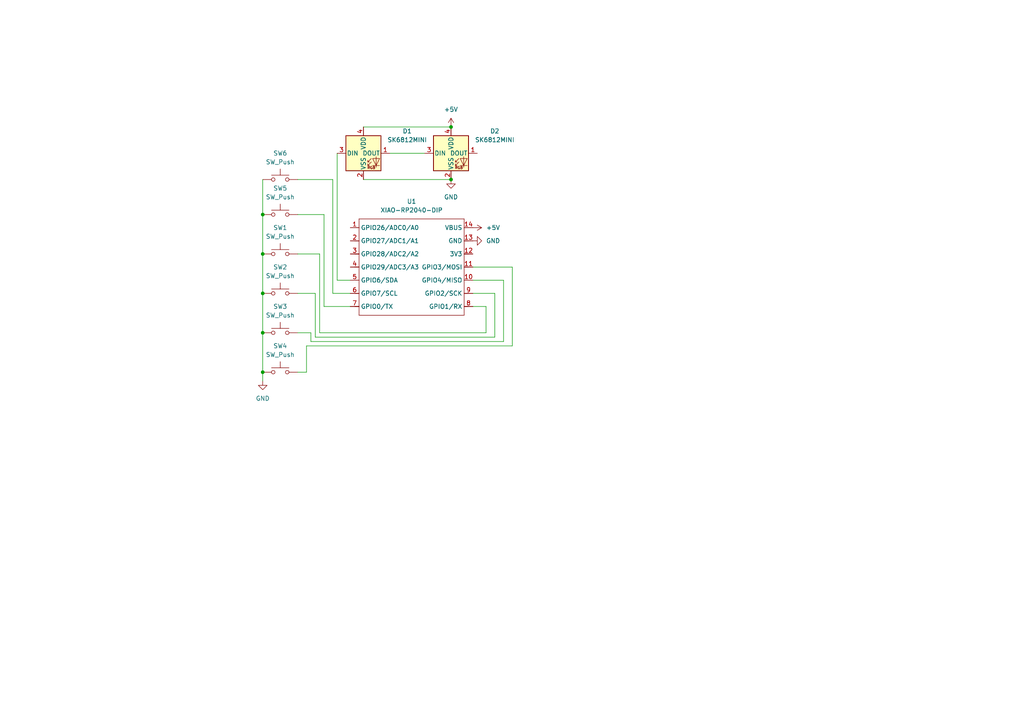
<source format=kicad_sch>
(kicad_sch (version 20250114) (generator "eeschema") (generator_version "9.0")
  (paper "A4")
  (lib_symbols
    (symbol "LED:SK6812MINI" (pin_names (offset 0.254))
      (property "Reference" "D" (at 5.08 5.715 0))
      (property "Value" "SK6812MINI" (at 1.27 -5.715 0))
      (symbol "SK6812MINI_0_0"
        (text "RGB" (at 2.286 -4.191 0) (effects (font (size 0.762 0.762))))
      )
      (symbol "SK6812MINI_0_1"
        (polyline (pts (xy 1.27 -2.54) (xy 1.778 -2.54)))
        (polyline (pts (xy 1.27 -3.556) (xy 1.778 -3.556)))
        (polyline (pts (xy 2.286 -1.524) (xy 1.27 -2.54) (xy 1.27 -2.032)))
        (polyline (pts (xy 2.286 -2.54) (xy 1.27 -3.556) (xy 1.27 -3.048)))
        (polyline (pts (xy 3.683 -1.016) (xy 3.683 -3.556) (xy 3.683 -4.064)))
        (polyline (pts (xy 4.699 -1.524) (xy 2.667 -1.524) (xy 3.683 -3.556) (xy 4.699 -1.524)))
        (polyline (pts (xy 4.699 -3.556) (xy 2.667 -3.556)))
        (rectangle (start 5.08 5.08) (end -5.08 -5.08) (stroke (width 0.254)) (fill (type background)))
      )
      (symbol "SK6812MINI_1_1"
        (pin input line (at -7.62 0 0) (length 2.54) (name "DIN") (number "3"))
        (pin power_in line (at 0 7.62 270) (length 2.54) (name "VDD") (number "4"))
        (pin power_in line (at 0 -7.62 90) (length 2.54) (name "VSS") (number "2"))
        (pin output line (at 7.62 0 180) (length 2.54) (name "DOUT") (number "1"))
      )
    )
    (symbol "Switch:SW_Push" (pin_numbers (hide yes)) (pin_names (offset 1.016) (hide yes))
      (property "Reference" "SW" (at 1.27 2.54 0))
      (property "Value" "SW_Push" (at 0 -1.524 0))
      (symbol "SW_Push_0_1"
        (circle (center -2.032 0) (radius 0.508))
        (polyline (pts (xy 0 1.27) (xy 0 3.048)))
        (circle (center 2.032 0) (radius 0.508))
        (polyline (pts (xy 2.54 1.27) (xy -2.54 1.27)))
        (pin passive line (at -5.08 0 0) (length 2.54) (name "1") (number "1"))
        (pin passive line (at 5.08 0 180) (length 2.54) (name "2") (number "2"))
      )
    )
    (symbol "power:+5V" (power) (pin_numbers (hide yes)) (pin_names (offset 0) (hide yes))
      (property "Value" "+5V" (at 0 3.556 0))
      (symbol "+5V_0_1"
        (polyline (pts (xy -0.762 1.27) (xy 0 2.54)))
        (polyline (pts (xy 0 2.54) (xy 0.762 1.27)))
        (polyline (pts (xy 0 0) (xy 0 2.54)))
      )
      (symbol "+5V_1_1"
        (pin power_in line (at 0 0 90) (length 0) (name "~") (number "1"))
      )
    )
    (symbol "power:GND" (power) (pin_numbers (hide yes)) (pin_names (offset 0) (hide yes))
      (property "Value" "GND" (at 0 -3.81 0))
      (symbol "GND_0_1"
        (polyline (pts (xy 0 0) (xy 0 -1.27) (xy 1.27 -1.27) (xy 0 -2.54) (xy -1.27 -1.27) (xy 0 -1.27)))
      )
      (symbol "GND_1_1"
        (pin power_in line (at 0 0 270) (length 0) (name "~") (number "1"))
      )
    )
    (symbol "ss:XIAO-RP2040-DIP"
      (property "Reference" "U" (at 0 0 0))
      (property "Value" "XIAO-RP2040-DIP" (at 5.334 -1.778 0))
      (symbol "XIAO-RP2040-DIP_1_0"
        (polyline (pts (xy -1.27 -2.54) (xy 29.21 -2.54)) (stroke (width 0.1524)))
        (polyline (pts (xy -1.27 -5.08) (xy -2.54 -5.08)) (stroke (width 0.1524)))
        (polyline (pts (xy -1.27 -5.08) (xy -1.27 -2.54)) (stroke (width 0.1524)))
        (polyline (pts (xy -1.27 -8.89) (xy -2.54 -8.89)) (stroke (width 0.1524)))
        (polyline (pts (xy -1.27 -8.89) (xy -1.27 -5.08)) (stroke (width 0.1524)))
        (polyline (pts (xy -1.27 -12.7) (xy -2.54 -12.7)) (stroke (width 0.1524)))
        (polyline (pts (xy -1.27 -12.7) (xy -1.27 -8.89)) (stroke (width 0.1524)))
        (polyline (pts (xy -1.27 -16.51) (xy -2.54 -16.51)) (stroke (width 0.1524)))
        (polyline (pts (xy -1.27 -16.51) (xy -1.27 -12.7)) (stroke (width 0.1524)))
        (polyline (pts (xy -1.27 -20.32) (xy -2.54 -20.32)) (stroke (width 0.1524)))
        (polyline (pts (xy -1.27 -24.13) (xy -2.54 -24.13)) (stroke (width 0.1524)))
        (polyline (pts (xy -1.27 -27.94) (xy -2.54 -27.94)) (stroke (width 0.1524)))
        (polyline (pts (xy -1.27 -30.48) (xy -1.27 -16.51)) (stroke (width 0.1524)))
        (polyline (pts (xy 29.21 -2.54) (xy 29.21 -5.08)) (stroke (width 0.1524)))
        (polyline (pts (xy 29.21 -5.08) (xy 29.21 -8.89)) (stroke (width 0.1524)))
        (polyline (pts (xy 29.21 -8.89) (xy 29.21 -12.7)) (stroke (width 0.1524)))
        (polyline (pts (xy 29.21 -12.7) (xy 29.21 -30.48)) (stroke (width 0.1524)))
        (polyline (pts (xy 29.21 -30.48) (xy -1.27 -30.48)) (stroke (width 0.1524)))
        (polyline (pts (xy 30.48 -5.08) (xy 29.21 -5.08)) (stroke (width 0.1524)))
        (polyline (pts (xy 30.48 -8.89) (xy 29.21 -8.89)) (stroke (width 0.1524)))
        (polyline (pts (xy 30.48 -12.7) (xy 29.21 -12.7)) (stroke (width 0.1524)))
        (polyline (pts (xy 30.48 -16.51) (xy 29.21 -16.51)) (stroke (width 0.1524)))
        (polyline (pts (xy 30.48 -20.32) (xy 29.21 -20.32)) (stroke (width 0.1524)))
        (polyline (pts (xy 30.48 -24.13) (xy 29.21 -24.13)) (stroke (width 0.1524)))
        (polyline (pts (xy 30.48 -27.94) (xy 29.21 -27.94)) (stroke (width 0.1524)))
        (pin passive line (at -3.81 -5.08 0) (length 2.54) (name "GPIO26/ADC0/A0") (number "1"))
        (pin passive line (at -3.81 -8.89 0) (length 2.54) (name "GPIO27/ADC1/A1") (number "2"))
        (pin passive line (at -3.81 -12.7 0) (length 2.54) (name "GPIO28/ADC2/A2") (number "3"))
        (pin passive line (at -3.81 -16.51 0) (length 2.54) (name "GPIO29/ADC3/A3") (number "4"))
        (pin passive line (at -3.81 -20.32 0) (length 2.54) (name "GPIO6/SDA") (number "5"))
        (pin passive line (at -3.81 -24.13 0) (length 2.54) (name "GPIO7/SCL") (number "6"))
        (pin passive line (at -3.81 -27.94 0) (length 2.54) (name "GPIO0/TX") (number "7"))
        (pin passive line (at 31.75 -5.08 180) (length 2.54) (name "VBUS") (number "14"))
        (pin passive line (at 31.75 -8.89 180) (length 2.54) (name "GND") (number "13"))
        (pin passive line (at 31.75 -12.7 180) (length 2.54) (name "3V3") (number "12"))
        (pin passive line (at 31.75 -16.51 180) (length 2.54) (name "GPIO3/MOSI") (number "11"))
        (pin passive line (at 31.75 -20.32 180) (length 2.54) (name "GPIO4/MISO") (number "10"))
        (pin passive line (at 31.75 -24.13 180) (length 2.54) (name "GPIO2/SCK") (number "9"))
        (pin passive line (at 31.75 -27.94 180) (length 2.54) (name "GPIO1/RX") (number "8"))
      )
    )
  )
  (junction (at 76.2 96.52))
  (junction (at 130.81 36.83))
  (junction (at 76.2 85.09))
  (junction (at 76.2 73.66))
  (junction (at 130.81 52.07))
  (junction (at 76.2 107.95))
  (junction (at 76.2 62.23))
  (wire (pts (xy 90.17 96.52) (xy 90.17 99.06)))
  (wire (pts (xy 88.9 100.33) (xy 148.59 100.33)))
  (wire (pts (xy 76.2 73.66) (xy 76.2 85.09)))
  (wire (pts (xy 76.2 96.52) (xy 76.2 107.95)))
  (wire (pts (xy 105.41 52.07) (xy 130.81 52.07)))
  (wire (pts (xy 86.36 96.52) (xy 90.17 96.52)))
  (wire (pts (xy 140.97 88.9) (xy 137.16 88.9)))
  (wire (pts (xy 76.2 62.23) (xy 76.2 73.66)))
  (wire (pts (xy 86.36 107.95) (xy 88.9 107.95)))
  (wire (pts (xy 86.36 85.09) (xy 91.44 85.09)))
  (wire (pts (xy 97.79 81.28) (xy 101.6 81.28)))
  (wire (pts (xy 113.03 44.45) (xy 123.19 44.45)))
  (wire (pts (xy 148.59 100.33) (xy 148.59 77.47)))
  (wire (pts (xy 137.16 77.47) (xy 148.59 77.47)))
  (wire (pts (xy 86.36 52.07) (xy 96.52 52.07)))
  (wire (pts (xy 92.71 73.66) (xy 92.71 96.52)))
  (wire (pts (xy 76.2 85.09) (xy 76.2 96.52)))
  (wire (pts (xy 105.41 36.83) (xy 130.81 36.83)))
  (wire (pts (xy 143.51 97.79) (xy 143.51 85.09)))
  (wire (pts (xy 76.2 52.07) (xy 76.2 62.23)))
  (wire (pts (xy 93.98 88.9) (xy 101.6 88.9)))
  (wire (pts (xy 86.36 73.66) (xy 92.71 73.66)))
  (wire (pts (xy 93.98 62.23) (xy 93.98 88.9)))
  (wire (pts (xy 92.71 96.52) (xy 140.97 96.52)))
  (wire (pts (xy 137.16 85.09) (xy 143.51 85.09)))
  (wire (pts (xy 97.79 44.45) (xy 97.79 81.28)))
  (wire (pts (xy 96.52 52.07) (xy 96.52 85.09)))
  (wire (pts (xy 76.2 107.95) (xy 76.2 110.49)))
  (wire (pts (xy 140.97 96.52) (xy 140.97 88.9)))
  (wire (pts (xy 91.44 97.79) (xy 143.51 97.79)))
  (wire (pts (xy 137.16 81.28) (xy 146.05 81.28)))
  (wire (pts (xy 91.44 85.09) (xy 91.44 97.79)))
  (wire (pts (xy 96.52 85.09) (xy 101.6 85.09)))
  (wire (pts (xy 146.05 81.28) (xy 146.05 99.06)))
  (wire (pts (xy 90.17 99.06) (xy 146.05 99.06)))
  (wire (pts (xy 86.36 62.23) (xy 93.98 62.23)))
  (wire (pts (xy 88.9 107.95) (xy 88.9 100.33)))
  (symbol (lib_id "LED:SK6812MINI") (at 130.81 44.45 0) (unit 1)
    (property "Reference" "D2" (at 143.51 38.0298 0))
    (property "Value" "SK6812MINI" (at 143.51 40.5698 0))
    (property "Footprint" "LED_SMD:LED_SK6812MINI_PLCC4_3.5x3.5mm_P1.75mm" (effects (hide yes)))
    (property "Datasheet" "https://cdn-shop.adafruit.com/product-files/2686/SK6812MINI_REV.01-1-2.pdf" (effects (hide yes)))
    (property "Description" "RGB LED with integrated controller" (effects (hide yes)))
  )
  (symbol (lib_id "Switch:SW_Push") (at 81.28 107.95 0) (unit 1)
    (property "Reference" "SW4" (at 81.28 100.33 0))
    (property "Value" "SW_Push" (at 81.28 102.87 0))
    (property "Footprint" "Button_Switch_Keyboard:SW_Cherry_MX_1.00u_PCB" (effects (hide yes)))
    (property "Description" "Push button switch, generic, two pins" (effects (hide yes)))
  )
  (symbol (lib_id "power:+5V") (at 137.16 66.04 270) (unit 1)
    (property "Reference" "#PWR04" (effects (hide yes)))
    (property "Value" "+5V" (at 140.97 66.0399 90) (effects (justify left)))
    (property "Description" "Power symbol creates a global label with name \"+5V\"" (effects (hide yes)))
  )
  (symbol (lib_id "power:GND") (at 137.16 69.85 90) (unit 1)
    (property "Reference" "#PWR05" (effects (hide yes)))
    (property "Value" "GND" (at 140.97 69.8499 90) (effects (justify right)))
    (property "Description" "Power symbol creates a global label with name \"GND\" , ground" (effects (hide yes)))
  )
  (symbol (lib_id "LED:SK6812MINI") (at 105.41 44.45 0) (unit 1)
    (property "Reference" "D1" (at 118.11 38.0298 0))
    (property "Value" "SK6812MINI" (at 118.11 40.5698 0))
    (property "Footprint" "LED_SMD:LED_SK6812MINI_PLCC4_3.5x3.5mm_P1.75mm" (effects (hide yes)))
    (property "Datasheet" "https://cdn-shop.adafruit.com/product-files/2686/SK6812MINI_REV.01-1-2.pdf" (effects (hide yes)))
    (property "Description" "RGB LED with integrated controller" (effects (hide yes)))
  )
  (symbol (lib_id "power:+5V") (at 130.81 36.83 0) (unit 1)
    (property "Reference" "#PWR03" (effects (hide yes)))
    (property "Value" "+5V" (at 130.81 31.75 0))
    (property "Description" "Power symbol creates a global label with name \"+5V\"" (effects (hide yes)))
  )
  (symbol (lib_id "Switch:SW_Push") (at 81.28 85.09 0) (unit 1)
    (property "Reference" "SW2" (at 81.28 77.47 0))
    (property "Value" "SW_Push" (at 81.28 80.01 0))
    (property "Footprint" "Button_Switch_Keyboard:SW_Cherry_MX_1.00u_PCB" (effects (hide yes)))
    (property "Description" "Push button switch, generic, two pins" (effects (hide yes)))
  )
  (symbol (lib_id "Switch:SW_Push") (at 81.28 62.23 0) (unit 1)
    (property "Reference" "SW5" (at 81.28 54.61 0))
    (property "Value" "SW_Push" (at 81.28 57.15 0))
    (property "Footprint" "Button_Switch_Keyboard:SW_Cherry_MX_1.00u_PCB" (effects (hide yes)))
    (property "Description" "Push button switch, generic, two pins" (effects (hide yes)))
  )
  (symbol (lib_id "Switch:SW_Push") (at 81.28 52.07 0) (unit 1)
    (property "Reference" "SW6" (at 81.28 44.45 0))
    (property "Value" "SW_Push" (at 81.28 46.99 0))
    (property "Footprint" "Button_Switch_Keyboard:SW_Cherry_MX_1.00u_PCB" (effects (hide yes)))
    (property "Description" "Push button switch, generic, two pins" (effects (hide yes)))
  )
  (symbol (lib_id "power:GND") (at 130.81 52.07 0) (unit 1)
    (property "Reference" "#PWR02" (effects (hide yes)))
    (property "Value" "GND" (at 130.81 57.15 0))
    (property "Description" "Power symbol creates a global label with name \"GND\" , ground" (effects (hide yes)))
  )
  (symbol (lib_id "ss:XIAO-RP2040-DIP") (at 105.41 60.96 0) (unit 1)
    (property "Reference" "U1" (at 119.38 58.42 0))
    (property "Value" "XIAO-RP2040-DIP" (at 119.38 60.96 0))
    (property "Footprint" "opl:XIAO-RP2040-DIP" (effects (hide yes)))
  )
  (symbol (lib_id "Switch:SW_Push") (at 81.28 73.66 0) (unit 1)
    (property "Reference" "SW1" (at 81.28 66.04 0))
    (property "Value" "SW_Push" (at 81.28 68.58 0))
    (property "Footprint" "Button_Switch_Keyboard:SW_Cherry_MX_1.00u_PCB" (effects (hide yes)))
    (property "Description" "Push button switch, generic, two pins" (effects (hide yes)))
  )
  (symbol (lib_id "Switch:SW_Push") (at 81.28 96.52 0) (unit 1)
    (property "Reference" "SW3" (at 81.28 88.9 0))
    (property "Value" "SW_Push" (at 81.28 91.44 0))
    (property "Footprint" "Button_Switch_Keyboard:SW_Cherry_MX_1.00u_PCB" (effects (hide yes)))
    (property "Description" "Push button switch, generic, two pins" (effects (hide yes)))
  )
  (symbol (lib_id "power:GND") (at 76.2 110.49 0) (unit 1)
    (property "Reference" "#PWR01" (effects (hide yes)))
    (property "Value" "GND" (at 76.2 115.57 0))
    (property "Description" "Power symbol creates a global label with name \"GND\" , ground" (effects (hide yes)))
  )
)
</source>
